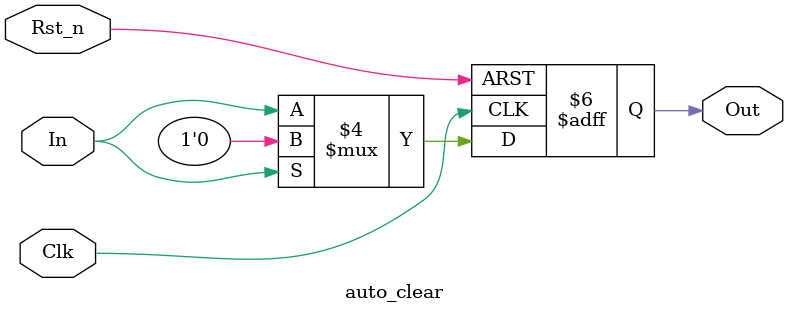
<source format=sv>
/**
 * @file   auto_clear.sv
 * @Author Jorge Martinez <jorge.marsal@gmail.com>
 * @date   093013
 * @brief  Brief description of file.
 *
 * Detailed description of file.
 */


//synthesis translate_off
`default_nettype none
//synthesis translate_on
module auto_clear #(parameter WIDTH=1)
(
    input logic Clk, 
    input logic Rst_n, 
    input logic [WIDTH-1:0] In, 
    output logic [WIDTH-1:0] Out
);

    genvar i;
    generate for (i = 0; i < WIDTH; i++) begin : auto_clear_gen
        always @(posedge Clk or negedge Rst_n) begin
            if(!Rst_n) begin
                Out[i] <= 1'b0;
            end
            else begin
                if (In[i]) 
                   Out[i] <= 1'b0;
                else 
                   Out[i] <= In[i];
            end
        end
    end
    endgenerate

endmodule

`default_nettype wire

</source>
